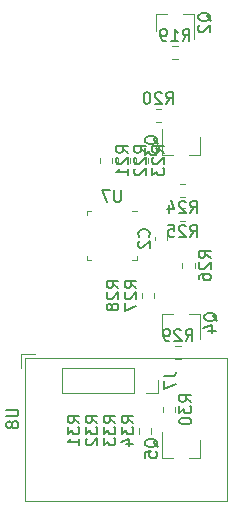
<source format=gbr>
%TF.GenerationSoftware,KiCad,Pcbnew,5.1.9-73d0e3b20d~88~ubuntu20.04.1*%
%TF.CreationDate,2021-01-31T09:20:22-06:00*%
%TF.ProjectId,portalgun,706f7274-616c-4677-956e-2e6b69636164,rev?*%
%TF.SameCoordinates,Original*%
%TF.FileFunction,Legend,Bot*%
%TF.FilePolarity,Positive*%
%FSLAX46Y46*%
G04 Gerber Fmt 4.6, Leading zero omitted, Abs format (unit mm)*
G04 Created by KiCad (PCBNEW 5.1.9-73d0e3b20d~88~ubuntu20.04.1) date 2021-01-31 09:20:22*
%MOMM*%
%LPD*%
G01*
G04 APERTURE LIST*
%ADD10C,0.120000*%
%ADD11C,0.150000*%
G04 APERTURE END LIST*
D10*
%TO.C,J7*%
X131060000Y-114660000D02*
X131060000Y-113600000D01*
X130000000Y-114660000D02*
X131060000Y-114660000D01*
X129000000Y-114660000D02*
X129000000Y-112540000D01*
X129000000Y-112540000D02*
X122940000Y-112540000D01*
X129000000Y-114660000D02*
X122940000Y-114660000D01*
X122940000Y-114660000D02*
X122940000Y-112540000D01*
%TO.C,C2*%
X131828000Y-101459420D02*
X131828000Y-101740580D01*
X130808000Y-101459420D02*
X130808000Y-101740580D01*
%TO.C,U8*%
X119395000Y-111370000D02*
X119395000Y-112570000D01*
X120595000Y-111370000D02*
X119395000Y-111370000D01*
X119761000Y-123825000D02*
X119755000Y-111730000D01*
X119755000Y-111730000D02*
X136906000Y-111730000D01*
X136906000Y-111730000D02*
X136906000Y-123825000D01*
X136906000Y-123825000D02*
X119755000Y-123825000D01*
%TO.C,Q5*%
X134549000Y-120140000D02*
X134549000Y-118680000D01*
X131389000Y-120140000D02*
X131389000Y-117980000D01*
X131389000Y-120140000D02*
X132319000Y-120140000D01*
X134549000Y-120140000D02*
X133619000Y-120140000D01*
%TO.C,Q4*%
X131389000Y-107952000D02*
X131389000Y-109412000D01*
X134549000Y-107952000D02*
X134549000Y-110112000D01*
X134549000Y-107952000D02*
X133619000Y-107952000D01*
X131389000Y-107952000D02*
X132319000Y-107952000D01*
%TO.C,Q3*%
X134549000Y-94486000D02*
X134549000Y-93026000D01*
X131389000Y-94486000D02*
X131389000Y-92326000D01*
X131389000Y-94486000D02*
X132319000Y-94486000D01*
X134549000Y-94486000D02*
X133619000Y-94486000D01*
%TO.C,Q2*%
X130881000Y-82552000D02*
X130881000Y-84012000D01*
X134041000Y-82552000D02*
X134041000Y-84712000D01*
X134041000Y-82552000D02*
X133111000Y-82552000D01*
X130881000Y-82552000D02*
X131811000Y-82552000D01*
%TO.C,R34*%
X130443500Y-117601276D02*
X130443500Y-118110724D01*
X129398500Y-117601276D02*
X129398500Y-118110724D01*
%TO.C,R33*%
X128919500Y-117601276D02*
X128919500Y-118110724D01*
X127874500Y-117601276D02*
X127874500Y-118110724D01*
%TO.C,R32*%
X127395500Y-117601276D02*
X127395500Y-118110724D01*
X126350500Y-117601276D02*
X126350500Y-118110724D01*
%TO.C,R31*%
X125871500Y-117601276D02*
X125871500Y-118110724D01*
X124826500Y-117601276D02*
X124826500Y-118110724D01*
%TO.C,U7*%
X128862000Y-99236000D02*
X129237000Y-99236000D01*
X125017000Y-103456000D02*
X125017000Y-103081000D01*
X125392000Y-103456000D02*
X125017000Y-103456000D01*
X129237000Y-103456000D02*
X129237000Y-103081000D01*
X128862000Y-103456000D02*
X129237000Y-103456000D01*
X125017000Y-99236000D02*
X125017000Y-99611000D01*
X125392000Y-99236000D02*
X125017000Y-99236000D01*
%TO.C,R30*%
X131430500Y-116315258D02*
X131430500Y-115840742D01*
X132475500Y-116315258D02*
X132475500Y-115840742D01*
%TO.C,R29*%
X132952258Y-111774500D02*
X132477742Y-111774500D01*
X132952258Y-110729500D02*
X132477742Y-110729500D01*
%TO.C,R28*%
X129173500Y-106188742D02*
X129173500Y-106663258D01*
X128128500Y-106188742D02*
X128128500Y-106663258D01*
%TO.C,R27*%
X130697500Y-106188742D02*
X130697500Y-106663258D01*
X129652500Y-106188742D02*
X129652500Y-106663258D01*
%TO.C,R26*%
X133081500Y-104123258D02*
X133081500Y-103648742D01*
X134126500Y-104123258D02*
X134126500Y-103648742D01*
%TO.C,R25*%
X132858742Y-99045500D02*
X133333258Y-99045500D01*
X132858742Y-100090500D02*
X133333258Y-100090500D01*
%TO.C,R24*%
X132858742Y-97013500D02*
X133333258Y-97013500D01*
X132858742Y-98058500D02*
X133333258Y-98058500D01*
%TO.C,R23*%
X129144500Y-95233258D02*
X129144500Y-94758742D01*
X130189500Y-95233258D02*
X130189500Y-94758742D01*
%TO.C,R22*%
X127620500Y-95233258D02*
X127620500Y-94758742D01*
X128665500Y-95233258D02*
X128665500Y-94758742D01*
%TO.C,R21*%
X126096500Y-95233258D02*
X126096500Y-94758742D01*
X127141500Y-95233258D02*
X127141500Y-94758742D01*
%TO.C,R20*%
X131301258Y-91708500D02*
X130826742Y-91708500D01*
X131301258Y-90663500D02*
X130826742Y-90663500D01*
%TO.C,R19*%
X132698258Y-86374500D02*
X132223742Y-86374500D01*
X132698258Y-85329500D02*
X132223742Y-85329500D01*
%TO.C,J7*%
D11*
X131512380Y-113266666D02*
X132226666Y-113266666D01*
X132369523Y-113219047D01*
X132464761Y-113123809D01*
X132512380Y-112980952D01*
X132512380Y-112885714D01*
X131512380Y-113647619D02*
X131512380Y-114314285D01*
X132512380Y-113885714D01*
%TO.C,C2*%
X130245142Y-101433333D02*
X130292761Y-101385714D01*
X130340380Y-101242857D01*
X130340380Y-101147619D01*
X130292761Y-101004761D01*
X130197523Y-100909523D01*
X130102285Y-100861904D01*
X129911809Y-100814285D01*
X129768952Y-100814285D01*
X129578476Y-100861904D01*
X129483238Y-100909523D01*
X129388000Y-101004761D01*
X129340380Y-101147619D01*
X129340380Y-101242857D01*
X129388000Y-101385714D01*
X129435619Y-101433333D01*
X129435619Y-101814285D02*
X129388000Y-101861904D01*
X129340380Y-101957142D01*
X129340380Y-102195238D01*
X129388000Y-102290476D01*
X129435619Y-102338095D01*
X129530857Y-102385714D01*
X129626095Y-102385714D01*
X129768952Y-102338095D01*
X130340380Y-101766666D01*
X130340380Y-102385714D01*
%TO.C,U8*%
X118197380Y-116078095D02*
X119006904Y-116078095D01*
X119102142Y-116125714D01*
X119149761Y-116173333D01*
X119197380Y-116268571D01*
X119197380Y-116459047D01*
X119149761Y-116554285D01*
X119102142Y-116601904D01*
X119006904Y-116649523D01*
X118197380Y-116649523D01*
X118625952Y-117268571D02*
X118578333Y-117173333D01*
X118530714Y-117125714D01*
X118435476Y-117078095D01*
X118387857Y-117078095D01*
X118292619Y-117125714D01*
X118245000Y-117173333D01*
X118197380Y-117268571D01*
X118197380Y-117459047D01*
X118245000Y-117554285D01*
X118292619Y-117601904D01*
X118387857Y-117649523D01*
X118435476Y-117649523D01*
X118530714Y-117601904D01*
X118578333Y-117554285D01*
X118625952Y-117459047D01*
X118625952Y-117268571D01*
X118673571Y-117173333D01*
X118721190Y-117125714D01*
X118816428Y-117078095D01*
X119006904Y-117078095D01*
X119102142Y-117125714D01*
X119149761Y-117173333D01*
X119197380Y-117268571D01*
X119197380Y-117459047D01*
X119149761Y-117554285D01*
X119102142Y-117601904D01*
X119006904Y-117649523D01*
X118816428Y-117649523D01*
X118721190Y-117601904D01*
X118673571Y-117554285D01*
X118625952Y-117459047D01*
%TO.C,Q5*%
X131016619Y-119284761D02*
X130969000Y-119189523D01*
X130873761Y-119094285D01*
X130730904Y-118951428D01*
X130683285Y-118856190D01*
X130683285Y-118760952D01*
X130921380Y-118808571D02*
X130873761Y-118713333D01*
X130778523Y-118618095D01*
X130588047Y-118570476D01*
X130254714Y-118570476D01*
X130064238Y-118618095D01*
X129969000Y-118713333D01*
X129921380Y-118808571D01*
X129921380Y-118999047D01*
X129969000Y-119094285D01*
X130064238Y-119189523D01*
X130254714Y-119237142D01*
X130588047Y-119237142D01*
X130778523Y-119189523D01*
X130873761Y-119094285D01*
X130921380Y-118999047D01*
X130921380Y-118808571D01*
X129921380Y-120141904D02*
X129921380Y-119665714D01*
X130397571Y-119618095D01*
X130349952Y-119665714D01*
X130302333Y-119760952D01*
X130302333Y-119999047D01*
X130349952Y-120094285D01*
X130397571Y-120141904D01*
X130492809Y-120189523D01*
X130730904Y-120189523D01*
X130826142Y-120141904D01*
X130873761Y-120094285D01*
X130921380Y-119999047D01*
X130921380Y-119760952D01*
X130873761Y-119665714D01*
X130826142Y-119618095D01*
%TO.C,Q4*%
X136016619Y-108616761D02*
X135969000Y-108521523D01*
X135873761Y-108426285D01*
X135730904Y-108283428D01*
X135683285Y-108188190D01*
X135683285Y-108092952D01*
X135921380Y-108140571D02*
X135873761Y-108045333D01*
X135778523Y-107950095D01*
X135588047Y-107902476D01*
X135254714Y-107902476D01*
X135064238Y-107950095D01*
X134969000Y-108045333D01*
X134921380Y-108140571D01*
X134921380Y-108331047D01*
X134969000Y-108426285D01*
X135064238Y-108521523D01*
X135254714Y-108569142D01*
X135588047Y-108569142D01*
X135778523Y-108521523D01*
X135873761Y-108426285D01*
X135921380Y-108331047D01*
X135921380Y-108140571D01*
X135254714Y-109426285D02*
X135921380Y-109426285D01*
X134873761Y-109188190D02*
X135588047Y-108950095D01*
X135588047Y-109569142D01*
%TO.C,Q3*%
X131016619Y-93630761D02*
X130969000Y-93535523D01*
X130873761Y-93440285D01*
X130730904Y-93297428D01*
X130683285Y-93202190D01*
X130683285Y-93106952D01*
X130921380Y-93154571D02*
X130873761Y-93059333D01*
X130778523Y-92964095D01*
X130588047Y-92916476D01*
X130254714Y-92916476D01*
X130064238Y-92964095D01*
X129969000Y-93059333D01*
X129921380Y-93154571D01*
X129921380Y-93345047D01*
X129969000Y-93440285D01*
X130064238Y-93535523D01*
X130254714Y-93583142D01*
X130588047Y-93583142D01*
X130778523Y-93535523D01*
X130873761Y-93440285D01*
X130921380Y-93345047D01*
X130921380Y-93154571D01*
X129921380Y-93916476D02*
X129921380Y-94535523D01*
X130302333Y-94202190D01*
X130302333Y-94345047D01*
X130349952Y-94440285D01*
X130397571Y-94487904D01*
X130492809Y-94535523D01*
X130730904Y-94535523D01*
X130826142Y-94487904D01*
X130873761Y-94440285D01*
X130921380Y-94345047D01*
X130921380Y-94059333D01*
X130873761Y-93964095D01*
X130826142Y-93916476D01*
%TO.C,Q2*%
X135508619Y-83216761D02*
X135461000Y-83121523D01*
X135365761Y-83026285D01*
X135222904Y-82883428D01*
X135175285Y-82788190D01*
X135175285Y-82692952D01*
X135413380Y-82740571D02*
X135365761Y-82645333D01*
X135270523Y-82550095D01*
X135080047Y-82502476D01*
X134746714Y-82502476D01*
X134556238Y-82550095D01*
X134461000Y-82645333D01*
X134413380Y-82740571D01*
X134413380Y-82931047D01*
X134461000Y-83026285D01*
X134556238Y-83121523D01*
X134746714Y-83169142D01*
X135080047Y-83169142D01*
X135270523Y-83121523D01*
X135365761Y-83026285D01*
X135413380Y-82931047D01*
X135413380Y-82740571D01*
X134508619Y-83550095D02*
X134461000Y-83597714D01*
X134413380Y-83692952D01*
X134413380Y-83931047D01*
X134461000Y-84026285D01*
X134508619Y-84073904D01*
X134603857Y-84121523D01*
X134699095Y-84121523D01*
X134841952Y-84073904D01*
X135413380Y-83502476D01*
X135413380Y-84121523D01*
%TO.C,R34*%
X128943380Y-117213142D02*
X128467190Y-116879809D01*
X128943380Y-116641714D02*
X127943380Y-116641714D01*
X127943380Y-117022666D01*
X127991000Y-117117904D01*
X128038619Y-117165523D01*
X128133857Y-117213142D01*
X128276714Y-117213142D01*
X128371952Y-117165523D01*
X128419571Y-117117904D01*
X128467190Y-117022666D01*
X128467190Y-116641714D01*
X127943380Y-117546476D02*
X127943380Y-118165523D01*
X128324333Y-117832190D01*
X128324333Y-117975047D01*
X128371952Y-118070285D01*
X128419571Y-118117904D01*
X128514809Y-118165523D01*
X128752904Y-118165523D01*
X128848142Y-118117904D01*
X128895761Y-118070285D01*
X128943380Y-117975047D01*
X128943380Y-117689333D01*
X128895761Y-117594095D01*
X128848142Y-117546476D01*
X128276714Y-119022666D02*
X128943380Y-119022666D01*
X127895761Y-118784571D02*
X128610047Y-118546476D01*
X128610047Y-119165523D01*
%TO.C,R33*%
X127419380Y-117213142D02*
X126943190Y-116879809D01*
X127419380Y-116641714D02*
X126419380Y-116641714D01*
X126419380Y-117022666D01*
X126467000Y-117117904D01*
X126514619Y-117165523D01*
X126609857Y-117213142D01*
X126752714Y-117213142D01*
X126847952Y-117165523D01*
X126895571Y-117117904D01*
X126943190Y-117022666D01*
X126943190Y-116641714D01*
X126419380Y-117546476D02*
X126419380Y-118165523D01*
X126800333Y-117832190D01*
X126800333Y-117975047D01*
X126847952Y-118070285D01*
X126895571Y-118117904D01*
X126990809Y-118165523D01*
X127228904Y-118165523D01*
X127324142Y-118117904D01*
X127371761Y-118070285D01*
X127419380Y-117975047D01*
X127419380Y-117689333D01*
X127371761Y-117594095D01*
X127324142Y-117546476D01*
X126419380Y-118498857D02*
X126419380Y-119117904D01*
X126800333Y-118784571D01*
X126800333Y-118927428D01*
X126847952Y-119022666D01*
X126895571Y-119070285D01*
X126990809Y-119117904D01*
X127228904Y-119117904D01*
X127324142Y-119070285D01*
X127371761Y-119022666D01*
X127419380Y-118927428D01*
X127419380Y-118641714D01*
X127371761Y-118546476D01*
X127324142Y-118498857D01*
%TO.C,R32*%
X125895380Y-117213142D02*
X125419190Y-116879809D01*
X125895380Y-116641714D02*
X124895380Y-116641714D01*
X124895380Y-117022666D01*
X124943000Y-117117904D01*
X124990619Y-117165523D01*
X125085857Y-117213142D01*
X125228714Y-117213142D01*
X125323952Y-117165523D01*
X125371571Y-117117904D01*
X125419190Y-117022666D01*
X125419190Y-116641714D01*
X124895380Y-117546476D02*
X124895380Y-118165523D01*
X125276333Y-117832190D01*
X125276333Y-117975047D01*
X125323952Y-118070285D01*
X125371571Y-118117904D01*
X125466809Y-118165523D01*
X125704904Y-118165523D01*
X125800142Y-118117904D01*
X125847761Y-118070285D01*
X125895380Y-117975047D01*
X125895380Y-117689333D01*
X125847761Y-117594095D01*
X125800142Y-117546476D01*
X124990619Y-118546476D02*
X124943000Y-118594095D01*
X124895380Y-118689333D01*
X124895380Y-118927428D01*
X124943000Y-119022666D01*
X124990619Y-119070285D01*
X125085857Y-119117904D01*
X125181095Y-119117904D01*
X125323952Y-119070285D01*
X125895380Y-118498857D01*
X125895380Y-119117904D01*
%TO.C,R31*%
X124371380Y-117213142D02*
X123895190Y-116879809D01*
X124371380Y-116641714D02*
X123371380Y-116641714D01*
X123371380Y-117022666D01*
X123419000Y-117117904D01*
X123466619Y-117165523D01*
X123561857Y-117213142D01*
X123704714Y-117213142D01*
X123799952Y-117165523D01*
X123847571Y-117117904D01*
X123895190Y-117022666D01*
X123895190Y-116641714D01*
X123371380Y-117546476D02*
X123371380Y-118165523D01*
X123752333Y-117832190D01*
X123752333Y-117975047D01*
X123799952Y-118070285D01*
X123847571Y-118117904D01*
X123942809Y-118165523D01*
X124180904Y-118165523D01*
X124276142Y-118117904D01*
X124323761Y-118070285D01*
X124371380Y-117975047D01*
X124371380Y-117689333D01*
X124323761Y-117594095D01*
X124276142Y-117546476D01*
X124371380Y-119117904D02*
X124371380Y-118546476D01*
X124371380Y-118832190D02*
X123371380Y-118832190D01*
X123514238Y-118736952D01*
X123609476Y-118641714D01*
X123657095Y-118546476D01*
%TO.C,U7*%
X127888904Y-97498380D02*
X127888904Y-98307904D01*
X127841285Y-98403142D01*
X127793666Y-98450761D01*
X127698428Y-98498380D01*
X127507952Y-98498380D01*
X127412714Y-98450761D01*
X127365095Y-98403142D01*
X127317476Y-98307904D01*
X127317476Y-97498380D01*
X126936523Y-97498380D02*
X126269857Y-97498380D01*
X126698428Y-98498380D01*
%TO.C,R30*%
X133835380Y-115435142D02*
X133359190Y-115101809D01*
X133835380Y-114863714D02*
X132835380Y-114863714D01*
X132835380Y-115244666D01*
X132883000Y-115339904D01*
X132930619Y-115387523D01*
X133025857Y-115435142D01*
X133168714Y-115435142D01*
X133263952Y-115387523D01*
X133311571Y-115339904D01*
X133359190Y-115244666D01*
X133359190Y-114863714D01*
X132835380Y-115768476D02*
X132835380Y-116387523D01*
X133216333Y-116054190D01*
X133216333Y-116197047D01*
X133263952Y-116292285D01*
X133311571Y-116339904D01*
X133406809Y-116387523D01*
X133644904Y-116387523D01*
X133740142Y-116339904D01*
X133787761Y-116292285D01*
X133835380Y-116197047D01*
X133835380Y-115911333D01*
X133787761Y-115816095D01*
X133740142Y-115768476D01*
X132835380Y-117006571D02*
X132835380Y-117101809D01*
X132883000Y-117197047D01*
X132930619Y-117244666D01*
X133025857Y-117292285D01*
X133216333Y-117339904D01*
X133454428Y-117339904D01*
X133644904Y-117292285D01*
X133740142Y-117244666D01*
X133787761Y-117197047D01*
X133835380Y-117101809D01*
X133835380Y-117006571D01*
X133787761Y-116911333D01*
X133740142Y-116863714D01*
X133644904Y-116816095D01*
X133454428Y-116768476D01*
X133216333Y-116768476D01*
X133025857Y-116816095D01*
X132930619Y-116863714D01*
X132883000Y-116911333D01*
X132835380Y-117006571D01*
%TO.C,R29*%
X133357857Y-110274380D02*
X133691190Y-109798190D01*
X133929285Y-110274380D02*
X133929285Y-109274380D01*
X133548333Y-109274380D01*
X133453095Y-109322000D01*
X133405476Y-109369619D01*
X133357857Y-109464857D01*
X133357857Y-109607714D01*
X133405476Y-109702952D01*
X133453095Y-109750571D01*
X133548333Y-109798190D01*
X133929285Y-109798190D01*
X132976904Y-109369619D02*
X132929285Y-109322000D01*
X132834047Y-109274380D01*
X132595952Y-109274380D01*
X132500714Y-109322000D01*
X132453095Y-109369619D01*
X132405476Y-109464857D01*
X132405476Y-109560095D01*
X132453095Y-109702952D01*
X133024523Y-110274380D01*
X132405476Y-110274380D01*
X131929285Y-110274380D02*
X131738809Y-110274380D01*
X131643571Y-110226761D01*
X131595952Y-110179142D01*
X131500714Y-110036285D01*
X131453095Y-109845809D01*
X131453095Y-109464857D01*
X131500714Y-109369619D01*
X131548333Y-109322000D01*
X131643571Y-109274380D01*
X131834047Y-109274380D01*
X131929285Y-109322000D01*
X131976904Y-109369619D01*
X132024523Y-109464857D01*
X132024523Y-109702952D01*
X131976904Y-109798190D01*
X131929285Y-109845809D01*
X131834047Y-109893428D01*
X131643571Y-109893428D01*
X131548333Y-109845809D01*
X131500714Y-109798190D01*
X131453095Y-109702952D01*
%TO.C,R28*%
X127673380Y-105783142D02*
X127197190Y-105449809D01*
X127673380Y-105211714D02*
X126673380Y-105211714D01*
X126673380Y-105592666D01*
X126721000Y-105687904D01*
X126768619Y-105735523D01*
X126863857Y-105783142D01*
X127006714Y-105783142D01*
X127101952Y-105735523D01*
X127149571Y-105687904D01*
X127197190Y-105592666D01*
X127197190Y-105211714D01*
X126768619Y-106164095D02*
X126721000Y-106211714D01*
X126673380Y-106306952D01*
X126673380Y-106545047D01*
X126721000Y-106640285D01*
X126768619Y-106687904D01*
X126863857Y-106735523D01*
X126959095Y-106735523D01*
X127101952Y-106687904D01*
X127673380Y-106116476D01*
X127673380Y-106735523D01*
X127101952Y-107306952D02*
X127054333Y-107211714D01*
X127006714Y-107164095D01*
X126911476Y-107116476D01*
X126863857Y-107116476D01*
X126768619Y-107164095D01*
X126721000Y-107211714D01*
X126673380Y-107306952D01*
X126673380Y-107497428D01*
X126721000Y-107592666D01*
X126768619Y-107640285D01*
X126863857Y-107687904D01*
X126911476Y-107687904D01*
X127006714Y-107640285D01*
X127054333Y-107592666D01*
X127101952Y-107497428D01*
X127101952Y-107306952D01*
X127149571Y-107211714D01*
X127197190Y-107164095D01*
X127292428Y-107116476D01*
X127482904Y-107116476D01*
X127578142Y-107164095D01*
X127625761Y-107211714D01*
X127673380Y-107306952D01*
X127673380Y-107497428D01*
X127625761Y-107592666D01*
X127578142Y-107640285D01*
X127482904Y-107687904D01*
X127292428Y-107687904D01*
X127197190Y-107640285D01*
X127149571Y-107592666D01*
X127101952Y-107497428D01*
%TO.C,R27*%
X129197380Y-105783142D02*
X128721190Y-105449809D01*
X129197380Y-105211714D02*
X128197380Y-105211714D01*
X128197380Y-105592666D01*
X128245000Y-105687904D01*
X128292619Y-105735523D01*
X128387857Y-105783142D01*
X128530714Y-105783142D01*
X128625952Y-105735523D01*
X128673571Y-105687904D01*
X128721190Y-105592666D01*
X128721190Y-105211714D01*
X128292619Y-106164095D02*
X128245000Y-106211714D01*
X128197380Y-106306952D01*
X128197380Y-106545047D01*
X128245000Y-106640285D01*
X128292619Y-106687904D01*
X128387857Y-106735523D01*
X128483095Y-106735523D01*
X128625952Y-106687904D01*
X129197380Y-106116476D01*
X129197380Y-106735523D01*
X128197380Y-107068857D02*
X128197380Y-107735523D01*
X129197380Y-107306952D01*
%TO.C,R26*%
X135486380Y-103243142D02*
X135010190Y-102909809D01*
X135486380Y-102671714D02*
X134486380Y-102671714D01*
X134486380Y-103052666D01*
X134534000Y-103147904D01*
X134581619Y-103195523D01*
X134676857Y-103243142D01*
X134819714Y-103243142D01*
X134914952Y-103195523D01*
X134962571Y-103147904D01*
X135010190Y-103052666D01*
X135010190Y-102671714D01*
X134581619Y-103624095D02*
X134534000Y-103671714D01*
X134486380Y-103766952D01*
X134486380Y-104005047D01*
X134534000Y-104100285D01*
X134581619Y-104147904D01*
X134676857Y-104195523D01*
X134772095Y-104195523D01*
X134914952Y-104147904D01*
X135486380Y-103576476D01*
X135486380Y-104195523D01*
X134486380Y-105052666D02*
X134486380Y-104862190D01*
X134534000Y-104766952D01*
X134581619Y-104719333D01*
X134724476Y-104624095D01*
X134914952Y-104576476D01*
X135295904Y-104576476D01*
X135391142Y-104624095D01*
X135438761Y-104671714D01*
X135486380Y-104766952D01*
X135486380Y-104957428D01*
X135438761Y-105052666D01*
X135391142Y-105100285D01*
X135295904Y-105147904D01*
X135057809Y-105147904D01*
X134962571Y-105100285D01*
X134914952Y-105052666D01*
X134867333Y-104957428D01*
X134867333Y-104766952D01*
X134914952Y-104671714D01*
X134962571Y-104624095D01*
X135057809Y-104576476D01*
%TO.C,R25*%
X133738857Y-101450380D02*
X134072190Y-100974190D01*
X134310285Y-101450380D02*
X134310285Y-100450380D01*
X133929333Y-100450380D01*
X133834095Y-100498000D01*
X133786476Y-100545619D01*
X133738857Y-100640857D01*
X133738857Y-100783714D01*
X133786476Y-100878952D01*
X133834095Y-100926571D01*
X133929333Y-100974190D01*
X134310285Y-100974190D01*
X133357904Y-100545619D02*
X133310285Y-100498000D01*
X133215047Y-100450380D01*
X132976952Y-100450380D01*
X132881714Y-100498000D01*
X132834095Y-100545619D01*
X132786476Y-100640857D01*
X132786476Y-100736095D01*
X132834095Y-100878952D01*
X133405523Y-101450380D01*
X132786476Y-101450380D01*
X131881714Y-100450380D02*
X132357904Y-100450380D01*
X132405523Y-100926571D01*
X132357904Y-100878952D01*
X132262666Y-100831333D01*
X132024571Y-100831333D01*
X131929333Y-100878952D01*
X131881714Y-100926571D01*
X131834095Y-101021809D01*
X131834095Y-101259904D01*
X131881714Y-101355142D01*
X131929333Y-101402761D01*
X132024571Y-101450380D01*
X132262666Y-101450380D01*
X132357904Y-101402761D01*
X132405523Y-101355142D01*
%TO.C,R24*%
X133738857Y-99418380D02*
X134072190Y-98942190D01*
X134310285Y-99418380D02*
X134310285Y-98418380D01*
X133929333Y-98418380D01*
X133834095Y-98466000D01*
X133786476Y-98513619D01*
X133738857Y-98608857D01*
X133738857Y-98751714D01*
X133786476Y-98846952D01*
X133834095Y-98894571D01*
X133929333Y-98942190D01*
X134310285Y-98942190D01*
X133357904Y-98513619D02*
X133310285Y-98466000D01*
X133215047Y-98418380D01*
X132976952Y-98418380D01*
X132881714Y-98466000D01*
X132834095Y-98513619D01*
X132786476Y-98608857D01*
X132786476Y-98704095D01*
X132834095Y-98846952D01*
X133405523Y-99418380D01*
X132786476Y-99418380D01*
X131929333Y-98751714D02*
X131929333Y-99418380D01*
X132167428Y-98370761D02*
X132405523Y-99085047D01*
X131786476Y-99085047D01*
%TO.C,R23*%
X131549380Y-94353142D02*
X131073190Y-94019809D01*
X131549380Y-93781714D02*
X130549380Y-93781714D01*
X130549380Y-94162666D01*
X130597000Y-94257904D01*
X130644619Y-94305523D01*
X130739857Y-94353142D01*
X130882714Y-94353142D01*
X130977952Y-94305523D01*
X131025571Y-94257904D01*
X131073190Y-94162666D01*
X131073190Y-93781714D01*
X130644619Y-94734095D02*
X130597000Y-94781714D01*
X130549380Y-94876952D01*
X130549380Y-95115047D01*
X130597000Y-95210285D01*
X130644619Y-95257904D01*
X130739857Y-95305523D01*
X130835095Y-95305523D01*
X130977952Y-95257904D01*
X131549380Y-94686476D01*
X131549380Y-95305523D01*
X130549380Y-95638857D02*
X130549380Y-96257904D01*
X130930333Y-95924571D01*
X130930333Y-96067428D01*
X130977952Y-96162666D01*
X131025571Y-96210285D01*
X131120809Y-96257904D01*
X131358904Y-96257904D01*
X131454142Y-96210285D01*
X131501761Y-96162666D01*
X131549380Y-96067428D01*
X131549380Y-95781714D01*
X131501761Y-95686476D01*
X131454142Y-95638857D01*
%TO.C,R22*%
X130025380Y-94353142D02*
X129549190Y-94019809D01*
X130025380Y-93781714D02*
X129025380Y-93781714D01*
X129025380Y-94162666D01*
X129073000Y-94257904D01*
X129120619Y-94305523D01*
X129215857Y-94353142D01*
X129358714Y-94353142D01*
X129453952Y-94305523D01*
X129501571Y-94257904D01*
X129549190Y-94162666D01*
X129549190Y-93781714D01*
X129120619Y-94734095D02*
X129073000Y-94781714D01*
X129025380Y-94876952D01*
X129025380Y-95115047D01*
X129073000Y-95210285D01*
X129120619Y-95257904D01*
X129215857Y-95305523D01*
X129311095Y-95305523D01*
X129453952Y-95257904D01*
X130025380Y-94686476D01*
X130025380Y-95305523D01*
X129120619Y-95686476D02*
X129073000Y-95734095D01*
X129025380Y-95829333D01*
X129025380Y-96067428D01*
X129073000Y-96162666D01*
X129120619Y-96210285D01*
X129215857Y-96257904D01*
X129311095Y-96257904D01*
X129453952Y-96210285D01*
X130025380Y-95638857D01*
X130025380Y-96257904D01*
%TO.C,R21*%
X128501380Y-94353142D02*
X128025190Y-94019809D01*
X128501380Y-93781714D02*
X127501380Y-93781714D01*
X127501380Y-94162666D01*
X127549000Y-94257904D01*
X127596619Y-94305523D01*
X127691857Y-94353142D01*
X127834714Y-94353142D01*
X127929952Y-94305523D01*
X127977571Y-94257904D01*
X128025190Y-94162666D01*
X128025190Y-93781714D01*
X127596619Y-94734095D02*
X127549000Y-94781714D01*
X127501380Y-94876952D01*
X127501380Y-95115047D01*
X127549000Y-95210285D01*
X127596619Y-95257904D01*
X127691857Y-95305523D01*
X127787095Y-95305523D01*
X127929952Y-95257904D01*
X128501380Y-94686476D01*
X128501380Y-95305523D01*
X128501380Y-96257904D02*
X128501380Y-95686476D01*
X128501380Y-95972190D02*
X127501380Y-95972190D01*
X127644238Y-95876952D01*
X127739476Y-95781714D01*
X127787095Y-95686476D01*
%TO.C,R20*%
X131706857Y-90208380D02*
X132040190Y-89732190D01*
X132278285Y-90208380D02*
X132278285Y-89208380D01*
X131897333Y-89208380D01*
X131802095Y-89256000D01*
X131754476Y-89303619D01*
X131706857Y-89398857D01*
X131706857Y-89541714D01*
X131754476Y-89636952D01*
X131802095Y-89684571D01*
X131897333Y-89732190D01*
X132278285Y-89732190D01*
X131325904Y-89303619D02*
X131278285Y-89256000D01*
X131183047Y-89208380D01*
X130944952Y-89208380D01*
X130849714Y-89256000D01*
X130802095Y-89303619D01*
X130754476Y-89398857D01*
X130754476Y-89494095D01*
X130802095Y-89636952D01*
X131373523Y-90208380D01*
X130754476Y-90208380D01*
X130135428Y-89208380D02*
X130040190Y-89208380D01*
X129944952Y-89256000D01*
X129897333Y-89303619D01*
X129849714Y-89398857D01*
X129802095Y-89589333D01*
X129802095Y-89827428D01*
X129849714Y-90017904D01*
X129897333Y-90113142D01*
X129944952Y-90160761D01*
X130040190Y-90208380D01*
X130135428Y-90208380D01*
X130230666Y-90160761D01*
X130278285Y-90113142D01*
X130325904Y-90017904D01*
X130373523Y-89827428D01*
X130373523Y-89589333D01*
X130325904Y-89398857D01*
X130278285Y-89303619D01*
X130230666Y-89256000D01*
X130135428Y-89208380D01*
%TO.C,R19*%
X133103857Y-84874380D02*
X133437190Y-84398190D01*
X133675285Y-84874380D02*
X133675285Y-83874380D01*
X133294333Y-83874380D01*
X133199095Y-83922000D01*
X133151476Y-83969619D01*
X133103857Y-84064857D01*
X133103857Y-84207714D01*
X133151476Y-84302952D01*
X133199095Y-84350571D01*
X133294333Y-84398190D01*
X133675285Y-84398190D01*
X132151476Y-84874380D02*
X132722904Y-84874380D01*
X132437190Y-84874380D02*
X132437190Y-83874380D01*
X132532428Y-84017238D01*
X132627666Y-84112476D01*
X132722904Y-84160095D01*
X131675285Y-84874380D02*
X131484809Y-84874380D01*
X131389571Y-84826761D01*
X131341952Y-84779142D01*
X131246714Y-84636285D01*
X131199095Y-84445809D01*
X131199095Y-84064857D01*
X131246714Y-83969619D01*
X131294333Y-83922000D01*
X131389571Y-83874380D01*
X131580047Y-83874380D01*
X131675285Y-83922000D01*
X131722904Y-83969619D01*
X131770523Y-84064857D01*
X131770523Y-84302952D01*
X131722904Y-84398190D01*
X131675285Y-84445809D01*
X131580047Y-84493428D01*
X131389571Y-84493428D01*
X131294333Y-84445809D01*
X131246714Y-84398190D01*
X131199095Y-84302952D01*
%TD*%
M02*

</source>
